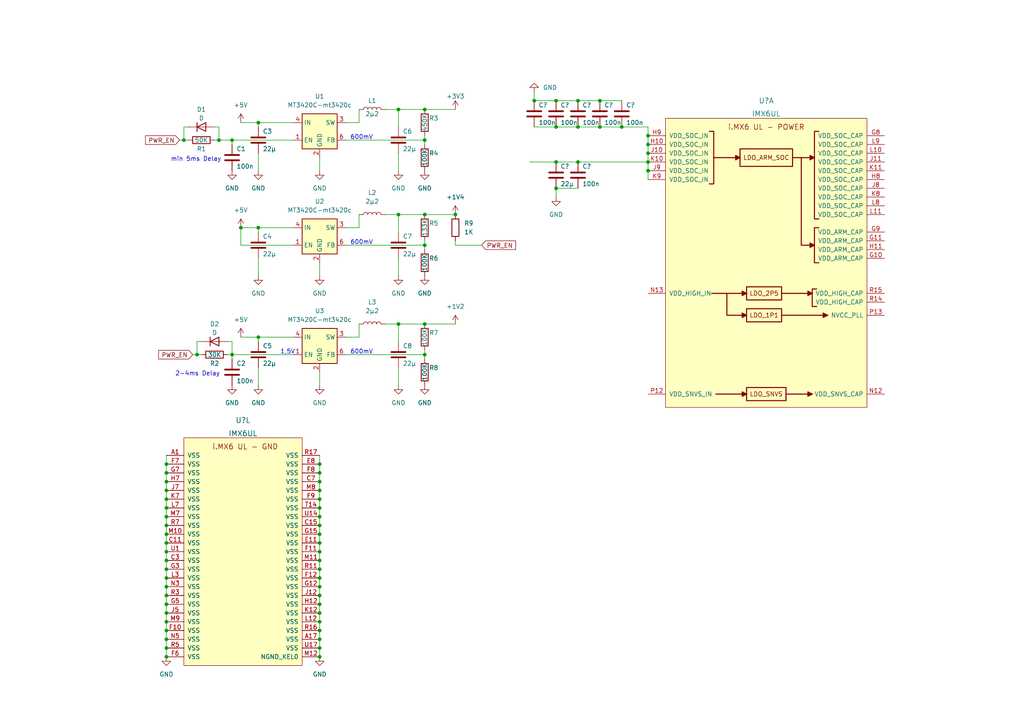
<source format=kicad_sch>
(kicad_sch (version 20211123) (generator eeschema)
  (paper "A4")
  (lib_symbols
    (symbol "Device:C" (pin_numbers hide) (pin_names (offset 0.254))
      (property "Reference" "C" (at 0.635 2.54 0))
      (property "Value" "C" (at 0.635 -2.54 0))
      (symbol "C_1_1"
        (pin passive line (at 0 3.81 270) (length 2.794) (name "~") (number "1"))
        (pin passive line (at 0 -3.81 90) (length 2.794) (name "~") (number "2"))
      )
    )
    (symbol "Device:D" (pin_numbers hide) (pin_names (offset 1.016) hide)
      (property "Reference" "D" (at 0 2.54 0))
      (property "Value" "D" (at 0 -2.54 0))
      (symbol "D_1_1"
        (pin passive line (at -3.81 0 0) (length 2.54) (name "K") (number "1"))
        (pin passive line (at 3.81 0 180) (length 2.54) (name "A") (number "2"))
      )
    )
    (symbol "Device:L" (pin_numbers hide) (pin_names (offset 1.016) hide)
      (property "Reference" "L" (at -1.27 0 90))
      (property "Value" "L" (at 1.905 0 90))
      (symbol "L_1_1"
        (pin passive line (at 0 3.81 270) (length 1.27) (name "1") (number "1"))
        (pin passive line (at 0 -3.81 90) (length 1.27) (name "2") (number "2"))
      )
    )
    (symbol "Device:R" (pin_numbers hide) (pin_names (offset 0))
      (property "Reference" "R" (at 2.032 0 90))
      (property "Value" "R" (at 0 0 90))
      (symbol "R_1_1"
        (pin passive line (at 0 3.81 270) (length 1.27) (name "~") (number "1"))
        (pin passive line (at 0 -3.81 90) (length 1.27) (name "~") (number "2"))
      )
    )
    (symbol "TheBrutzlers_Lib:+1V4" (power) (pin_names (offset 0))
      (property "Value" "+1V4" (at 0 3.81 0))
      (symbol "+1V4_1_1"
        (pin power_in line (at 0 0 90) (length 0) hide (name "+1V4") (number "1"))
      )
    )
    (symbol "TheBrutzlers_Lib:IMX6UL" (pin_names (offset 1.016))
      (property "Reference" "U1" (at 0 5.08 0))
      (property "Value" "IMX6UL" (at 0 2.54 0))
      (symbol "IMX6UL_1_0"
        (text "i.MX6 UL - POWER" (at 0 -2.54 0) (effects (font (size 1.524 1.524))))
      )
      (symbol "IMX6UL_1_1"
        (text "LDO_1P1" (at -0.635 -57.15 0) (effects (font (size 1.27 1.27))))
        (text "LDO_2P5" (at -0.635 -50.8 0) (effects (font (size 1.27 1.27))))
        (text "LDO_ARM_SOC" (at 0 -11.43 0) (effects (font (size 1.27 1.27))))
        (text "LDO_SNVS" (at 0 -80.01 0) (effects (font (size 1.27 1.27))))
        (pin power_out line (at 34.29 -40.64 180) (length 5.08) (name "VDD_ARM_CAP") (number "G10"))
        (pin power_out line (at 34.29 -35.56 180) (length 5.08) (name "VDD_ARM_CAP") (number "G11"))
        (pin power_out line (at 34.29 -5.08 180) (length 5.08) (name "VDD_SOC_CAP") (number "G8"))
        (pin power_out line (at 34.29 -33.02 180) (length 5.08) (name "VDD_ARM_CAP") (number "G9"))
        (pin power_in line (at -34.29 -7.62 0) (length 5.08) (name "VDD_SOC_IN") (number "H10"))
        (pin power_out line (at 34.29 -38.1 180) (length 5.08) (name "VDD_ARM_CAP") (number "H11"))
        (pin power_out line (at 34.29 -17.78 180) (length 5.08) (name "VDD_SOC_CAP") (number "H8"))
        (pin power_in line (at -34.29 -5.08 0) (length 5.08) (name "VDD_SOC_IN") (number "H9"))
        (pin power_in line (at -34.29 -10.16 0) (length 5.08) (name "VDD_SOC_IN") (number "J10"))
        (pin power_out line (at 34.29 -12.7 180) (length 5.08) (name "VDD_SOC_CAP") (number "J11"))
        (pin power_out line (at 34.29 -20.32 180) (length 5.08) (name "VDD_SOC_CAP") (number "J8"))
        (pin power_in line (at -34.29 -15.24 0) (length 5.08) (name "VDD_SOC_IN") (number "J9"))
        (pin power_in line (at -34.29 -12.7 0) (length 5.08) (name "VDD_SOC_IN") (number "K10"))
        (pin power_out line (at 34.29 -15.24 180) (length 5.08) (name "VDD_SOC_CAP") (number "K11"))
        (pin power_out line (at 34.29 -22.86 180) (length 5.08) (name "VDD_SOC_CAP") (number "K8"))
        (pin power_in line (at -34.29 -17.78 0) (length 5.08) (name "VDD_SOC_IN") (number "K9"))
        (pin power_out line (at 34.29 -10.16 180) (length 5.08) (name "VDD_SOC_CAP") (number "L10"))
        (pin power_out line (at 34.29 -27.94 180) (length 5.08) (name "VDD_SOC_CAP") (number "L11"))
        (pin power_out line (at 34.29 -25.4 180) (length 5.08) (name "VDD_SOC_CAP") (number "L8"))
        (pin power_out line (at 34.29 -7.62 180) (length 5.08) (name "VDD_SOC_CAP") (number "L9"))
        (pin power_out line (at 34.29 -80.01 180) (length 5.08) (name "VDD_SNVS_CAP") (number "N12"))
        (pin power_in line (at -34.29 -50.8 0) (length 5.08) (name "VDD_HIGH_IN") (number "N13"))
        (pin power_in line (at -34.29 -80.01 0) (length 5.08) (name "VDD_SNVS_IN") (number "P12"))
        (pin power_out line (at 34.29 -57.15 180) (length 5.08) (name "NVCC_PLL") (number "P13"))
        (pin power_out line (at 34.29 -53.34 180) (length 5.08) (name "VDD_HIGH_CAP") (number "R14"))
        (pin power_out line (at 34.29 -50.8 180) (length 5.08) (name "VDD_HIGH_CAP") (number "R15"))
      )
      (symbol "IMX6UL_2_0"
        (text "i.MX6 UL - DDR" (at 0 -2.54 0) (effects (font (size 1.524 1.524))))
      )
      (symbol "IMX6UL_2_1"
        (pin input line (at 22.86 -8.89 180) (length 5.08) (name "DRAM_ODT1") (number "F1"))
        (pin input line (at 22.86 -36.83 180) (length 5.08) (name "DRAM_ADDR14") (number "G1"))
        (pin input line (at 22.86 -57.15 180) (length 5.08) (name "DRAM_ADDR06") (number "G2"))
        (pin input line (at -22.86 -6.35 0) (length 5.08) (name "DRAM_RESET") (number "G4"))
        (pin power_in line (at -22.86 -92.71 0) (length 5.08) (name "NVCC_DRAM") (number "G6"))
        (pin input line (at 22.86 -16.51 180) (length 5.08) (name "DRAM_SDBA1") (number "H1"))
        (pin input line (at 22.86 -69.85 180) (length 5.08) (name "DRAM_ADDR01") (number "H2"))
        (pin input line (at 22.86 -39.37 180) (length 5.08) (name "DRAM_ADDR13") (number "H3"))
        (pin input line (at 22.86 -54.61 180) (length 5.08) (name "DRAM_ADDR07") (number "H4"))
        (pin input line (at 22.86 -29.21 180) (length 5.08) (name "DRAM_CS1_B") (number "H5"))
        (pin power_in line (at -22.86 -90.17 0) (length 5.08) (name "NVCC_DRAM") (number "H6"))
        (pin input line (at 22.86 -26.67 180) (length 5.08) (name "DRAM_SDWE_B") (number "J1"))
        (pin input line (at 22.86 -24.13 180) (length 5.08) (name "DRAM_CAS_B") (number "J2"))
        (pin input line (at -22.86 -24.13 0) (length 5.08) (name "DRAM_SDCKE1") (number "J3"))
        (pin input line (at 22.86 -52.07 180) (length 5.08) (name "DRAM_ADDR08") (number "J4"))
        (pin power_in line (at -22.86 -80.01 0) (length 5.08) (name "NVCC_DRAM") (number "J6"))
        (pin input line (at 22.86 -67.31 180) (length 5.08) (name "DRAM_ADDR02") (number "K1"))
        (pin input line (at 22.86 -13.97 180) (length 5.08) (name "DRAM_SDBA2") (number "K2"))
        (pin input line (at 22.86 -44.45 180) (length 5.08) (name "DRAM_ADDR11") (number "K3"))
        (pin input line (at 22.86 -62.23 180) (length 5.08) (name "DRAM_ADDR04") (number "K4"))
        (pin input line (at 22.86 -34.29 180) (length 5.08) (name "DRAM_ADDR15") (number "K5"))
        (pin power_in line (at -22.86 -82.55 0) (length 5.08) (name "NVCC_DRAM") (number "K6"))
        (pin input line (at 22.86 -59.69 180) (length 5.08) (name "DRAM_ADDR05") (number "L1"))
        (pin input line (at 22.86 -49.53 180) (length 5.08) (name "DRAM_ADDR09") (number "L2"))
        (pin input line (at 22.86 -41.91 180) (length 5.08) (name "DRAM_ADDR12") (number "L4"))
        (pin input line (at 22.86 -72.39 180) (length 5.08) (name "DRAM_ADDR00") (number "L5"))
        (pin power_in line (at -22.86 -85.09 0) (length 5.08) (name "NVCC_DRAM") (number "L6"))
        (pin input line (at 22.86 -19.05 180) (length 5.08) (name "DRAM_SDBA0") (number "M1"))
        (pin input line (at 22.86 -64.77 180) (length 5.08) (name "DRAM_ADDR03") (number "M2"))
        (pin input line (at -22.86 -26.67 0) (length 5.08) (name "DRAM_SDCKE0") (number "M3"))
        (pin input line (at 22.86 -46.99 180) (length 5.08) (name "DRAM_ADDR10") (number "M4"))
        (pin input line (at 22.86 -21.59 180) (length 5.08) (name "DRAM_RAS_B") (number "M5"))
        (pin power_in line (at -22.86 -87.63 0) (length 5.08) (name "NVCC_DRAM") (number "M6"))
        (pin input line (at 22.86 -11.43 180) (length 5.08) (name "DRAM_ODT0") (number "N1"))
        (pin input line (at 22.86 -31.75 180) (length 5.08) (name "DRAM_CS0_B") (number "N2"))
        (pin input line (at 22.86 -6.35 180) (length 5.08) (name "DRAM_ZQPAD") (number "N4"))
        (pin power_in line (at 22.86 -80.01 180) (length 5.08) (name "NVCC_DRAM_2P5") (number "N6"))
        (pin input line (at -22.86 -19.05 0) (length 5.08) (name "DRAM_SDCLK0_P") (number "P1"))
        (pin input line (at -22.86 -21.59 0) (length 5.08) (name "DRAM_SDCLK0_N") (number "P2"))
        (pin input line (at -22.86 -39.37 0) (length 5.08) (name "DRAM_DATA13") (number "P3"))
        (pin input line (at 22.86 -90.17 180) (length 5.08) (name "DRAM_VREF") (number "P4"))
        (pin input line (at -22.86 -41.91 0) (length 5.08) (name "DRAM_DATA12") (number "P5"))
        (pin input line (at -22.86 -13.97 0) (length 5.08) (name "DRAM_SDQS0_P") (number "P6"))
        (pin input line (at -22.86 -16.51 0) (length 5.08) (name "DRAM_SDQS0_N") (number "P7"))
        (pin input line (at -22.86 -34.29 0) (length 5.08) (name "DRAM_DATA15") (number "R1"))
        (pin input line (at -22.86 -36.83 0) (length 5.08) (name "DRAM_DATA14") (number "R2"))
        (pin input line (at -22.86 -44.45 0) (length 5.08) (name "DRAM_DATA11") (number "R4"))
        (pin input line (at -22.86 -8.89 0) (length 5.08) (name "DRAM_SDQS1_P") (number "T1"))
        (pin input line (at -22.86 -11.43 0) (length 5.08) (name "DRAM_SDQS1_N") (number "T2"))
        (pin input line (at -22.86 -29.21 0) (length 5.08) (name "DRAM_DQM1") (number "T3"))
        (pin input line (at -22.86 -72.39 0) (length 5.08) (name "DRAM_DATA00") (number "T4"))
        (pin input line (at -22.86 -57.15 0) (length 5.08) (name "DRAM_DATA06") (number "T5"))
        (pin input line (at -22.86 -67.31 0) (length 5.08) (name "DRAM_DATA02") (number "T6"))
        (pin input line (at -22.86 -31.75 0) (length 5.08) (name "DRAM_DQM0") (number "T7"))
        (pin input line (at -22.86 -59.69 0) (length 5.08) (name "DRAM_DATA05") (number "T8"))
        (pin input line (at -22.86 -52.07 0) (length 5.08) (name "DRAM_DATA08") (number "U2"))
        (pin input line (at -22.86 -49.53 0) (length 5.08) (name "DRAM_DATA09") (number "U3"))
        (pin input line (at -22.86 -54.61 0) (length 5.08) (name "DRAM_DATA07") (number "U4"))
        (pin input line (at -22.86 -46.99 0) (length 5.08) (name "DRAM_DATA10") (number "U5"))
        (pin input line (at -22.86 -69.85 0) (length 5.08) (name "DRAM_DATA01") (number "U6"))
        (pin input line (at -22.86 -64.77 0) (length 5.08) (name "DRAM_DATA03") (number "U7"))
        (pin input line (at -22.86 -62.23 0) (length 5.08) (name "DRAM_DATA04") (number "U8"))
      )
      (symbol "IMX6UL_3_0"
        (text "i.MX6 UL - NAND" (at -1.27 -2.54 0) (effects (font (size 1.524 1.524))))
      )
      (symbol "IMX6UL_3_1"
        (pin input line (at -21.59 -16.51 0) (length 5.08) (name "NAND_READY_B") (number "A3"))
        (pin input line (at -21.59 -24.13 0) (length 5.08) (name "NAND_CLE") (number "A4"))
        (pin input line (at 21.59 -11.43 180) (length 5.08) (name "NAND_DATA07") (number "A5"))
        (pin input line (at 21.59 -13.97 180) (length 5.08) (name "NAND_DATA06") (number "A6"))
        (pin input line (at 21.59 -24.13 180) (length 5.08) (name "NAND_DATA02") (number "A7"))
        (pin input line (at -21.59 -31.75 0) (length 5.08) (name "NAND_ALE") (number "B4"))
        (pin input line (at -21.59 -26.67 0) (length 5.08) (name "NAND_CE1_B") (number "B5"))
        (pin input line (at 21.59 -16.51 180) (length 5.08) (name "NAND_DATA05") (number "B6"))
        (pin input line (at 21.59 -26.67 180) (length 5.08) (name "NAND_DATA01") (number "B7"))
        (pin input line (at -21.59 -29.21 0) (length 5.08) (name "NAND_CE0_B") (number "C5"))
        (pin input line (at 21.59 -19.05 180) (length 5.08) (name "NAND_DATA04") (number "C6"))
        (pin input line (at -21.59 -13.97 0) (length 5.08) (name "NAND_WE_B") (number "C8"))
        (pin input line (at -21.59 -11.43 0) (length 5.08) (name "NAND_WP_B") (number "D5"))
        (pin input line (at 21.59 -21.59 180) (length 5.08) (name "NAND_DATA03") (number "D6"))
        (pin input line (at 21.59 -29.21 180) (length 5.08) (name "NAND_DATA00") (number "D7"))
        (pin input line (at -21.59 -19.05 0) (length 5.08) (name "NAND_RE_B") (number "D8"))
        (pin input line (at -21.59 -21.59 0) (length 5.08) (name "NAND_DQS") (number "E6"))
        (pin power_in line (at -21.59 -6.35 0) (length 5.08) (name "NVCC_NAND") (number "E7"))
      )
      (symbol "IMX6UL_4_0"
        (text "i.MX6 UL - CSI" (at 0 -2.54 0) (effects (font (size 1.524 1.524))))
      )
      (symbol "IMX6UL_4_1"
        (pin input line (at 19.05 -6.35 180) (length 5.08) (name "CSI_DATA07") (number "D1"))
        (pin input line (at 19.05 -8.89 180) (length 5.08) (name "CSI_DATA06") (number "D2"))
        (pin input line (at 19.05 -11.43 180) (length 5.08) (name "CSI_DATA05") (number "D3"))
        (pin input line (at 19.05 -13.97 180) (length 5.08) (name "CSI_DATA04") (number "D4"))
        (pin input line (at 19.05 -16.51 180) (length 5.08) (name "CSI_DATA03") (number "E1"))
        (pin input line (at 19.05 -19.05 180) (length 5.08) (name "CSI_DATA02") (number "E2"))
        (pin input line (at 19.05 -21.59 180) (length 5.08) (name "CSI_DATA01") (number "E3"))
        (pin input line (at 19.05 -24.13 180) (length 5.08) (name "CSI_DATA00") (number "E4"))
        (pin input line (at 19.05 -31.75 180) (length 5.08) (name "CSI_PIXCLK") (number "E5"))
        (pin input line (at 19.05 -29.21 180) (length 5.08) (name "CSI_VSYNC") (number "F2"))
        (pin input line (at 19.05 -36.83 180) (length 5.08) (name "CSI_HSYNC") (number "F3"))
        (pin power_in line (at -17.78 -6.35 0) (length 5.08) (name "NVCC_CSI") (number "F4"))
        (pin input line (at 19.05 -34.29 180) (length 5.08) (name "CSI_MCLK") (number "F5"))
      )
      (symbol "IMX6UL_5_0"
        (text "i.MX6 UL - GPIO" (at 0 -2.54 0) (effects (font (size 1.524 1.524))))
      )
      (symbol "IMX6UL_5_1"
        (pin power_in line (at -17.78 -6.35 0) (length 5.08) (name "NVCC_GPIO") (number "J13"))
        (pin input line (at 17.78 -29.21 180) (length 5.08) (name "GPIO1_IO00") (number "K13"))
        (pin input line (at 17.78 -13.97 180) (length 5.08) (name "GPIO1_IO06") (number "K17"))
        (pin input line (at 17.78 -24.13 180) (length 5.08) (name "GPIO1_IO02") (number "L14"))
        (pin input line (at 17.78 -26.67 180) (length 5.08) (name "GPIO1_IO01") (number "L15"))
        (pin input line (at 17.78 -11.43 180) (length 5.08) (name "GPIO1_IO07") (number "L16"))
        (pin input line (at 17.78 -21.59 180) (length 5.08) (name "GPIO1_IO03") (number "L17"))
        (pin input line (at 17.78 -6.35 180) (length 5.08) (name "GPIO1_IO09") (number "M15"))
        (pin input line (at 17.78 -19.05 180) (length 5.08) (name "GPIO1_IO04") (number "M16"))
        (pin input line (at 17.78 -16.51 180) (length 5.08) (name "GPIO1_IO05") (number "M17"))
        (pin input line (at 17.78 -8.89 180) (length 5.08) (name "GPIO1_IO08") (number "N17"))
      )
      (symbol "IMX6UL_6_0"
        (text "i.MX6 UL - LCD" (at 0 -2.54 0) (effects (font (size 1.524 1.524))))
      )
      (symbol "IMX6UL_6_1"
        (pin input line (at -21.59 -29.21 0) (length 5.08) (name "LCD_DATA06") (number "A10"))
        (pin input line (at 21.59 -41.91 180) (length 5.08) (name "LCD_DATA09") (number "A11"))
        (pin input line (at 21.59 -29.21 180) (length 5.08) (name "LCD_DATA14") (number "A12"))
        (pin input line (at 21.59 -19.05 180) (length 5.08) (name "LCD_DATA18") (number "A13"))
        (pin input line (at 21.59 -8.89 180) (length 5.08) (name "LCD_DATA22") (number "A14"))
        (pin input line (at -21.59 -11.43 0) (length 5.08) (name "LCD_CLK") (number "A8"))
        (pin input line (at -21.59 -41.91 0) (length 5.08) (name "LCD_DATA01") (number "A9"))
        (pin input line (at -21.59 -31.75 0) (length 5.08) (name "LCD_DATA05") (number "B10"))
        (pin input line (at 21.59 -44.45 180) (length 5.08) (name "LCD_DATA08") (number "B11"))
        (pin input line (at 21.59 -31.75 180) (length 5.08) (name "LCD_DATA13") (number "B12"))
        (pin input line (at 21.59 -21.59 180) (length 5.08) (name "LCD_DATA17") (number "B13"))
        (pin input line (at 21.59 -11.43 180) (length 5.08) (name "LCD_DATA21") (number "B14"))
        (pin input line (at 21.59 -6.35 180) (length 5.08) (name "LCD_DATA23") (number "B16"))
        (pin input line (at -21.59 -16.51 0) (length 5.08) (name "LCD_ENABLE") (number "B8"))
        (pin input line (at -21.59 -44.45 0) (length 5.08) (name "LCD_DATA00") (number "B9"))
        (pin input line (at -21.59 -34.29 0) (length 5.08) (name "LCD_DATA04") (number "C10"))
        (pin input line (at 21.59 -34.29 180) (length 5.08) (name "LCD_DATA12") (number "C12"))
        (pin input line (at 21.59 -24.13 180) (length 5.08) (name "LCD_DATA16") (number "C13"))
        (pin input line (at 21.59 -13.97 180) (length 5.08) (name "LCD_DATA20") (number "C14"))
        (pin input line (at -21.59 -19.05 0) (length 5.08) (name "LCD_VSYNC") (number "C9"))
        (pin input line (at -21.59 -36.83 0) (length 5.08) (name "LCD_DATA03") (number "D10"))
        (pin input line (at -21.59 -26.67 0) (length 5.08) (name "LCD_DATA07") (number "D11"))
        (pin input line (at 21.59 -36.83 180) (length 5.08) (name "LCD_DATA11") (number "D12"))
        (pin input line (at 21.59 -26.67 180) (length 5.08) (name "LCD_DATA15") (number "D13"))
        (pin input line (at 21.59 -16.51 180) (length 5.08) (name "LCD_DATA19") (number "D14"))
        (pin input line (at -21.59 -21.59 0) (length 5.08) (name "LCD_HSYNC") (number "D9"))
        (pin input line (at -21.59 -39.37 0) (length 5.08) (name "LCD_DATA02") (number "E10"))
        (pin input line (at 21.59 -39.37 180) (length 5.08) (name "LCD_DATA10") (number "E12"))
        (pin power_in line (at -21.59 -6.35 0) (length 5.08) (name "NVCC_LCD") (number "E13"))
        (pin input line (at -21.59 -13.97 0) (length 5.08) (name "LCD_RESET") (number "E9"))
      )
      (symbol "IMX6UL_7_0"
        (text "i.MX6 UL - USB" (at 0 -2.54 0) (effects (font (size 1.524 1.524))))
      )
      (symbol "IMX6UL_7_1"
        (text "LDO_USB" (at -7.62 -26.67 0) (effects (font (size 1.27 1.27))))
        (pin power_out line (at 20.32 -26.67 180) (length 5.08) (name "VDD_USB_CAP") (number "R12"))
        (pin power_in line (at -19.05 -6.35 0) (length 5.08) (name "USB_OTG1_VBUS") (number "T12"))
        (pin input line (at 20.32 -19.05 180) (length 5.08) (name "USB_OTG2_DN") (number "T13"))
        (pin input line (at 20.32 -11.43 180) (length 5.08) (name "USB_OTG1_DN") (number "T15"))
        (pin power_in line (at -19.05 -16.51 0) (length 5.08) (name "USB_OTG2_VBUS") (number "U12"))
        (pin input line (at 20.32 -21.59 180) (length 5.08) (name "USB_OTG2_DP") (number "U13"))
        (pin input line (at 20.32 -13.97 180) (length 5.08) (name "USB_OTG1_DP") (number "U15"))
        (pin input line (at 20.32 -8.89 180) (length 5.08) (name "USB_OTG1_CHD_B") (number "U16"))
      )
      (symbol "IMX6UL_8_0"
        (text "i.MX6 UL - SD" (at 0 -2.54 0) (effects (font (size 1.524 1.524))))
      )
      (symbol "IMX6UL_8_1"
        (pin input line (at 17.78 -5.08 180) (length 5.08) (name "SD1_DATA3") (number "A2"))
        (pin input line (at 17.78 -7.62 180) (length 5.08) (name "SD1_DATA2") (number "B1"))
        (pin input line (at 17.78 -10.16 180) (length 5.08) (name "SD1_DATA1") (number "B2"))
        (pin input line (at 17.78 -12.7 180) (length 5.08) (name "SD1_DATA0") (number "B3"))
        (pin input line (at 17.78 -17.78 180) (length 5.08) (name "SD1_CLK") (number "C1"))
        (pin input line (at 17.78 -15.24 180) (length 5.08) (name "SD1_CMD") (number "C2"))
        (pin power_in line (at -17.78 -5.08 0) (length 5.08) (name "NVCC_SD1") (number "C4"))
      )
      (symbol "IMX6UL_9_0"
        (text "i.MX6 UL - ETHERNET" (at 0 -2.54 0) (effects (font (size 1.524 1.524))))
      )
      (symbol "IMX6UL_9_1"
        (pin input line (at 22.86 -16.51 180) (length 5.08) (name "ENET2_TX_DATA0") (number "A15"))
        (pin input line (at 22.86 -13.97 180) (length 5.08) (name "ENET2_TX_DATA1") (number "A16"))
        (pin input line (at 22.86 -11.43 180) (length 5.08) (name "ENET2_TX_EN") (number "B15"))
        (pin input line (at 22.86 -24.13 180) (length 5.08) (name "ENET2_RX_EN") (number "B17"))
        (pin input line (at 22.86 -26.67 180) (length 5.08) (name "ENET2_RX_DATA1") (number "C16"))
        (pin input line (at 22.86 -29.21 180) (length 5.08) (name "ENET2_RX_DATA0") (number "C17"))
        (pin input line (at -22.86 -21.59 0) (length 5.08) (name "ENET1_RX_ER") (number "D15"))
        (pin input line (at 22.86 -21.59 180) (length 5.08) (name "ENET2_RX_ER") (number "D16"))
        (pin input line (at 22.86 -19.05 180) (length 5.08) (name "ENET2_TX_CLK") (number "D17"))
        (pin input line (at -22.86 -13.97 0) (length 5.08) (name "ENET1_TX_DATA1") (number "E14"))
        (pin input line (at -22.86 -16.51 0) (length 5.08) (name "ENET1_TX_DATA0") (number "E15"))
        (pin input line (at -22.86 -24.13 0) (length 5.08) (name "ENET1_RX_EN") (number "E16"))
        (pin input line (at -22.86 -26.67 0) (length 5.08) (name "ENET1_RX_DATA1") (number "E17"))
        (pin power_in line (at -22.86 -6.35 0) (length 5.08) (name "NVCC_ENET") (number "F13"))
        (pin input line (at -22.86 -19.05 0) (length 5.08) (name "ENET1_TX_CLK") (number "F14"))
        (pin input line (at -22.86 -11.43 0) (length 5.08) (name "ENET1_TX_EN") (number "F15"))
        (pin input line (at -22.86 -29.21 0) (length 5.08) (name "ENET1_RX_DATA0") (number "F16"))
      )
      (symbol "IMX6UL_10_0"
        (text "i.MX6 UL - CONTROL" (at 0 -2.54 0) (effects (font (size 1.524 1.524))))
      )
      (symbol "IMX6UL_10_1"
        (pin power_in line (at -25.4 -63.5 0) (length 5.08) (name "VDDA_ADC_3P3") (number "L13"))
        (pin power_in line (at -25.4 -66.04 0) (length 5.08) (name "ADC_VREFH") (number "M13"))
        (pin input line (at 25.4 -16.51 180) (length 5.08) (name "JTAG_TCK") (number "M14"))
        (pin input line (at 25.4 -29.21 180) (length 5.08) (name "SNVS_TAMPER7") (number "N10"))
        (pin input line (at 25.4 -31.75 180) (length 5.08) (name "SNVS_TAMPER6") (number "N11"))
        (pin input line (at 25.4 -6.35 180) (length 5.08) (name "JTAG_TRST_B") (number "N14"))
        (pin input line (at 25.4 -11.43 180) (length 5.08) (name "JTAG_TDO") (number "N15"))
        (pin input line (at 25.4 -13.97 180) (length 5.08) (name "JTAG_TDI") (number "N16"))
        (pin input line (at -25.4 -35.56 0) (length 5.08) (name "TEST_MODE") (number "N7"))
        (pin input line (at 25.4 -34.29 180) (length 5.08) (name "SNVS_TAMPER5") (number "N8"))
        (pin input line (at 25.4 -26.67 180) (length 5.08) (name "SNVS_TAMPER8") (number "N9"))
        (pin input line (at 25.4 -39.37 180) (length 5.08) (name "SNVS_TAMPER3") (number "P10"))
        (pin input line (at 25.4 -41.91 180) (length 5.08) (name "SNVS_TAMPER2") (number "P11"))
        (pin input line (at 25.4 -8.89 180) (length 5.08) (name "JTAG_TMS") (number "P14"))
        (pin input line (at 25.4 -19.05 180) (length 5.08) (name "JTAG_MOD") (number "P15"))
        (pin bidirectional line (at 25.4 -57.15 180) (length 5.08) (name "CCM_CLK1_N") (number "P16"))
        (pin bidirectional line (at 25.4 -54.61 180) (length 5.08) (name "CCM_CLK1_P") (number "P17"))
        (pin input line (at -25.4 -20.32 0) (length 5.08) (name "POR_B") (number "P8"))
        (pin input line (at 25.4 -36.83 180) (length 5.08) (name "SNVS_TAMPER4") (number "P9"))
        (pin input line (at 25.4 -46.99 180) (length 5.08) (name "SNVS_TAMPER0") (number "R10"))
        (pin input line (at -25.4 -30.48 0) (length 5.08) (name "GPANIO") (number "R13"))
        (pin input line (at 25.4 -24.13 180) (length 5.08) (name "SNVS_TAMPER9") (number "R6"))
        (pin input line (at -25.4 -22.86 0) (length 5.08) (name "ONOFF") (number "R8"))
        (pin input line (at 25.4 -44.45 180) (length 5.08) (name "SNVS_TAMPER1") (number "R9"))
        (pin input line (at -25.4 -8.89 0) (length 5.08) (name "BOOT_MODE0") (number "T10"))
        (pin input line (at -25.4 -45.72 0) (length 5.08) (name "RTC_XTALI") (number "T11"))
        (pin input line (at -25.4 -57.15 0) (length 5.08) (name "XTALI") (number "T16"))
        (pin input line (at -25.4 -54.61 0) (length 5.08) (name "XTALO") (number "T17"))
        (pin input line (at -25.4 -17.78 0) (length 5.08) (name "SNVS_PMIC_ON_REQ") (number "T9"))
        (pin input line (at -25.4 -6.35 0) (length 5.08) (name "BOOT_MODE1") (number "U10"))
        (pin input line (at -25.4 -43.18 0) (length 5.08) (name "RTC_XTALO") (number "U11"))
        (pin input line (at -25.4 -15.24 0) (length 5.08) (name "CCM_PMIC_STBY_REQ") (number "U9"))
      )
      (symbol "IMX6UL_11_0"
        (text "i.MX6 UL - UART" (at 0 -2.54 0) (effects (font (size 1.524 1.524))))
      )
      (symbol "IMX6UL_11_1"
        (pin input line (at 21.59 -54.61 180) (length 5.08) (name "UART5_TX_DATA") (number "F17"))
        (pin input line (at 21.59 -52.07 180) (length 5.08) (name "UART5_RX_DATA") (number "G13"))
        (pin input line (at 21.59 -34.29 180) (length 5.08) (name "UART3_RTS_B") (number "G14"))
        (pin input line (at 21.59 -44.45 180) (length 5.08) (name "UART4_RX_DATA") (number "G16"))
        (pin input line (at 21.59 -46.99 180) (length 5.08) (name "UART4_TX_DATA") (number "G17"))
        (pin power_in line (at -22.86 -6.35 0) (length 5.08) (name "NVCC_UART") (number "H13"))
        (pin input line (at 21.59 -21.59 180) (length 5.08) (name "UART2_RTS_B") (number "H14"))
        (pin input line (at 21.59 -31.75 180) (length 5.08) (name "UART3_CTS_B") (number "H15"))
        (pin input line (at 21.59 -36.83 180) (length 5.08) (name "UART3_RX_DATA") (number "H16"))
        (pin input line (at 21.59 -39.37 180) (length 5.08) (name "UART3_TX_DATA") (number "H17"))
        (pin input line (at 21.59 -8.89 180) (length 5.08) (name "UART1_RTS_B") (number "J14"))
        (pin input line (at 21.59 -19.05 180) (length 5.08) (name "UART2_CTS_B") (number "J15"))
        (pin input line (at 21.59 -24.13 180) (length 5.08) (name "UART2_RX_DATA") (number "J16"))
        (pin input line (at 21.59 -26.67 180) (length 5.08) (name "UART2_TX_DATA") (number "J17"))
        (pin input line (at 21.59 -13.97 180) (length 5.08) (name "UART1_TX_DATA") (number "K14"))
        (pin input line (at 21.59 -6.35 180) (length 5.08) (name "UART1_CTS_B") (number "K15"))
        (pin input line (at 21.59 -11.43 180) (length 5.08) (name "UART1_RX_DATA") (number "K16"))
      )
      (symbol "IMX6UL_12_0"
        (text "i.MX6 UL - GND" (at 0 -2.54 0) (effects (font (size 1.524 1.524))))
      )
      (symbol "IMX6UL_12_1"
        (pin power_in line (at -22.86 -5.08 0) (length 5.08) (name "VSS") (number "A1"))
        (pin power_in line (at 21.59 -58.42 180) (length 5.08) (name "VSS") (number "A17"))
        (pin power_in line (at -22.86 -30.48 0) (length 5.08) (name "VSS") (number "C11"))
        (pin power_in line (at 21.59 -25.4 180) (length 5.08) (name "VSS") (number "C15"))
        (pin power_in line (at -22.86 -35.56 0) (length 5.08) (name "VSS") (number "C3"))
        (pin power_in line (at 21.59 -12.7 180) (length 5.08) (name "VSS") (number "C7"))
        (pin power_in line (at 21.59 -30.48 180) (length 5.08) (name "VSS") (number "E11"))
        (pin power_in line (at 21.59 -7.62 180) (length 5.08) (name "VSS") (number "E8"))
        (pin power_in line (at -22.86 -55.88 0) (length 5.08) (name "VSS") (number "F10"))
        (pin power_in line (at 21.59 -33.02 180) (length 5.08) (name "VSS") (number "F11"))
        (pin power_in line (at 21.59 -40.64 180) (length 5.08) (name "VSS") (number "F12"))
        (pin power_in line (at -22.86 -63.5 0) (length 5.08) (name "VSS") (number "F6"))
        (pin power_in line (at -22.86 -7.62 0) (length 5.08) (name "VSS") (number "F7"))
        (pin power_in line (at 21.59 -10.16 180) (length 5.08) (name "VSS") (number "F8"))
        (pin power_in line (at 21.59 -17.78 180) (length 5.08) (name "VSS") (number "F9"))
        (pin power_in line (at 21.59 -43.18 180) (length 5.08) (name "VSS") (number "G12"))
        (pin power_in line (at 21.59 -27.94 180) (length 5.08) (name "VSS") (number "G15"))
        (pin power_in line (at -22.86 -38.1 0) (length 5.08) (name "VSS") (number "G3"))
        (pin power_in line (at -22.86 -48.26 0) (length 5.08) (name "VSS") (number "G5"))
        (pin power_in line (at -22.86 -10.16 0) (length 5.08) (name "VSS") (number "G7"))
        (pin power_in line (at 21.59 -48.26 180) (length 5.08) (name "VSS") (number "H12"))
        (pin power_in line (at -22.86 -12.7 0) (length 5.08) (name "VSS") (number "H7"))
        (pin power_in line (at 21.59 -45.72 180) (length 5.08) (name "VSS") (number "J12"))
        (pin power_in line (at -22.86 -50.8 0) (length 5.08) (name "VSS") (number "J5"))
        (pin power_in line (at -22.86 -15.24 0) (length 5.08) (name "VSS") (number "J7"))
        (pin power_in line (at 21.59 -50.8 180) (length 5.08) (name "VSS") (number "K12"))
        (pin power_in line (at -22.86 -17.78 0) (length 5.08) (name "VSS") (number "K7"))
        (pin power_in line (at 21.59 -53.34 180) (length 5.08) (name "VSS") (number "L12"))
        (pin power_in line (at -22.86 -40.64 0) (length 5.08) (name "VSS") (number "L3"))
        (pin power_in line (at -22.86 -20.32 0) (length 5.08) (name "VSS") (number "L7"))
        (pin power_in line (at -22.86 -27.94 0) (length 5.08) (name "VSS") (number "M10"))
        (pin power_in line (at 21.59 -35.56 180) (length 5.08) (name "VSS") (number "M11"))
        (pin power_in line (at 21.59 -63.5 180) (length 5.08) (name "NGND_KEL0") (number "M12"))
        (pin power_in line (at -22.86 -22.86 0) (length 5.08) (name "VSS") (number "M7"))
        (pin power_in line (at 21.59 -15.24 180) (length 5.08) (name "VSS") (number "M8"))
        (pin power_in line (at -22.86 -53.34 0) (length 5.08) (name "VSS") (number "M9"))
        (pin power_in line (at -22.86 -43.18 0) (length 5.08) (name "VSS") (number "N3"))
        (pin power_in line (at -22.86 -58.42 0) (length 5.08) (name "VSS") (number "N5"))
        (pin power_in line (at 21.59 -38.1 180) (length 5.08) (name "VSS") (number "R11"))
        (pin power_in line (at 21.59 -55.88 180) (length 5.08) (name "VSS") (number "R16"))
        (pin power_in line (at 21.59 -5.08 180) (length 5.08) (name "VSS") (number "R17"))
        (pin power_in line (at -22.86 -45.72 0) (length 5.08) (name "VSS") (number "R3"))
        (pin power_in line (at -22.86 -60.96 0) (length 5.08) (name "VSS") (number "R5"))
        (pin power_in line (at -22.86 -25.4 0) (length 5.08) (name "VSS") (number "R7"))
        (pin power_in line (at 21.59 -20.32 180) (length 5.08) (name "VSS") (number "T14"))
        (pin power_in line (at -22.86 -33.02 0) (length 5.08) (name "VSS") (number "U1"))
        (pin power_in line (at 21.59 -22.86 180) (length 5.08) (name "VSS") (number "U14"))
        (pin power_in line (at 21.59 -60.96 180) (length 5.08) (name "VSS") (number "U17"))
      )
    )
    (symbol "TheBrutzlers_Lib:MT3420C-mt3420c"
      (property "Reference" "U1" (at 0 9.3218 0))
      (property "Value" "MT3420C-mt3420c" (at 0 7.0104 0))
      (symbol "MT3420C-mt3420c_1_1"
        (pin input line (at -7.62 -2.54 0) (length 2.54) (name "EN") (number "1"))
        (pin power_in line (at 0 -7.62 90) (length 2.54) (name "GND") (number "2"))
        (pin passive line (at 7.62 2.54 180) (length 2.54) (name "SW") (number "3"))
        (pin power_in line (at -7.62 2.54 0) (length 2.54) (name "IN") (number "4"))
        (pin no_connect line (at 5.08 0 180) (length 2.54) hide (name "NC") (number "5"))
        (pin input line (at 7.62 -2.54 180) (length 2.54) (name "FB") (number "6"))
      )
    )
    (symbol "power:+1V2" (power) (pin_names (offset 0))
      (property "Value" "+1V2" (at 0 3.556 0))
      (symbol "+1V2_1_1"
        (pin power_in line (at 0 0 90) (length 0) hide (name "+1V2") (number "1"))
      )
    )
    (symbol "power:+3V3" (power) (pin_names (offset 0))
      (property "Value" "+3V3" (at 0 3.556 0))
      (symbol "+3V3_1_1"
        (pin power_in line (at 0 0 90) (length 0) hide (name "+3V3") (number "1"))
      )
    )
    (symbol "power:+5V" (power) (pin_names (offset 0))
      (property "Value" "+5V" (at 0 3.556 0))
      (symbol "+5V_1_1"
        (pin power_in line (at 0 0 90) (length 0) hide (name "+5V") (number "1"))
      )
    )
    (symbol "power:GND" (power) (pin_names (offset 0))
      (property "Value" "GND" (at 0 -3.81 0))
      (symbol "GND_1_1"
        (pin power_in line (at 0 0 270) (length 0) hide (name "GND") (number "1"))
      )
    )
  )
  (junction (at 167.64 46.99))
  (junction (at 48.26 187.96))
  (junction (at 92.71 180.34))
  (junction (at 74.93 66.04))
  (junction (at 123.19 62.23))
  (junction (at 180.34 36.83))
  (junction (at 92.71 154.94))
  (junction (at 48.26 175.26))
  (junction (at 74.93 97.79))
  (junction (at 48.26 154.94))
  (junction (at 173.99 29.21))
  (junction (at 74.93 35.56))
  (junction (at 53.34 40.64))
  (junction (at 92.71 167.64))
  (junction (at 123.19 31.75))
  (junction (at 92.71 175.26))
  (junction (at 92.71 137.16))
  (junction (at 115.57 93.98))
  (junction (at 92.71 162.56))
  (junction (at 123.19 71.12))
  (junction (at 92.71 147.32))
  (junction (at 48.26 177.8))
  (junction (at 48.26 185.42))
  (junction (at 123.19 93.98))
  (junction (at 48.26 167.64))
  (junction (at 187.96 41.91))
  (junction (at 63.5 40.64))
  (junction (at 48.26 172.72))
  (junction (at 92.71 185.42))
  (junction (at 48.26 137.16))
  (junction (at 173.99 36.83))
  (junction (at 92.71 165.1))
  (junction (at 92.71 177.8))
  (junction (at 92.71 157.48))
  (junction (at 92.71 144.78))
  (junction (at 167.64 29.21))
  (junction (at 115.57 31.75))
  (junction (at 48.26 157.48))
  (junction (at 57.15 102.87))
  (junction (at 92.71 182.88))
  (junction (at 48.26 180.34))
  (junction (at 132.08 62.23))
  (junction (at 48.26 142.24))
  (junction (at 161.29 36.83))
  (junction (at 48.26 182.88))
  (junction (at 161.29 54.61))
  (junction (at 92.71 160.02))
  (junction (at 92.71 142.24))
  (junction (at 115.57 62.23))
  (junction (at 187.96 44.45))
  (junction (at 123.19 102.87))
  (junction (at 67.31 102.87))
  (junction (at 187.96 46.99))
  (junction (at 92.71 139.7))
  (junction (at 92.71 172.72))
  (junction (at 48.26 160.02))
  (junction (at 48.26 162.56))
  (junction (at 123.19 40.64))
  (junction (at 48.26 190.5))
  (junction (at 48.26 165.1))
  (junction (at 161.29 46.99))
  (junction (at 92.71 170.18))
  (junction (at 48.26 170.18))
  (junction (at 48.26 147.32))
  (junction (at 187.96 49.53))
  (junction (at 48.26 149.86))
  (junction (at 67.31 40.64))
  (junction (at 48.26 139.7))
  (junction (at 167.64 36.83))
  (junction (at 154.94 29.21))
  (junction (at 92.71 190.5))
  (junction (at 92.71 134.62))
  (junction (at 48.26 152.4))
  (junction (at 92.71 152.4))
  (junction (at 48.26 134.62))
  (junction (at 92.71 149.86))
  (junction (at 92.71 187.96))
  (junction (at 48.26 144.78))
  (junction (at 69.85 66.04))
  (junction (at 161.29 29.21))
  (junction (at 187.96 39.37))
  (wire (pts (xy 187.96 39.37) (xy 187.96 41.91)))
  (wire (pts (xy 92.71 132.08) (xy 92.71 134.62)))
  (wire (pts (xy 104.14 31.75) (xy 104.14 35.56)))
  (wire (pts (xy 52.07 40.64) (xy 53.34 40.64)))
  (wire (pts (xy 62.23 40.64) (xy 63.5 40.64)))
  (wire (pts (xy 100.33 71.12) (xy 123.19 71.12)))
  (wire (pts (xy 92.71 157.48) (xy 92.71 160.02)))
  (wire (pts (xy 92.71 154.94) (xy 92.71 157.48)))
  (wire (pts (xy 48.26 147.32) (xy 48.26 149.86)))
  (wire (pts (xy 92.71 107.95) (xy 92.71 111.76)))
  (wire (pts (xy 167.64 29.21) (xy 173.99 29.21)))
  (wire (pts (xy 92.71 185.42) (xy 92.71 187.96)))
  (wire (pts (xy 187.96 41.91) (xy 187.96 44.45)))
  (wire (pts (xy 132.08 69.85) (xy 132.08 71.12)))
  (wire (pts (xy 74.93 106.68) (xy 74.93 111.76)))
  (wire (pts (xy 55.88 102.87) (xy 57.15 102.87)))
  (wire (pts (xy 154.94 26.67) (xy 154.94 29.21)))
  (wire (pts (xy 115.57 62.23) (xy 123.19 62.23)))
  (wire (pts (xy 63.5 40.64) (xy 67.31 40.64)))
  (wire (pts (xy 48.26 132.08) (xy 48.26 134.62)))
  (wire (pts (xy 66.04 99.06) (xy 67.31 99.06)))
  (wire (pts (xy 187.96 46.99) (xy 187.96 49.53)))
  (wire (pts (xy 48.26 154.94) (xy 48.26 157.48)))
  (wire (pts (xy 123.19 69.85) (xy 123.19 71.12)))
  (wire (pts (xy 57.15 99.06) (xy 57.15 102.87)))
  (wire (pts (xy 167.64 54.61) (xy 161.29 54.61)))
  (wire (pts (xy 48.26 172.72) (xy 48.26 175.26)))
  (wire (pts (xy 115.57 31.75) (xy 123.19 31.75)))
  (wire (pts (xy 161.29 29.21) (xy 167.64 29.21)))
  (wire (pts (xy 161.29 36.83) (xy 167.64 36.83)))
  (wire (pts (xy 92.71 147.32) (xy 92.71 149.86)))
  (wire (pts (xy 92.71 134.62) (xy 92.71 137.16)))
  (wire (pts (xy 153.67 46.99) (xy 161.29 46.99)))
  (wire (pts (xy 53.34 40.64) (xy 54.61 40.64)))
  (wire (pts (xy 57.15 102.87) (xy 58.42 102.87)))
  (wire (pts (xy 67.31 99.06) (xy 67.31 102.87)))
  (wire (pts (xy 48.26 142.24) (xy 48.26 144.78)))
  (wire (pts (xy 69.85 71.12) (xy 69.85 66.04)))
  (wire (pts (xy 104.14 97.79) (xy 100.33 97.79)))
  (wire (pts (xy 187.96 44.45) (xy 187.96 46.99)))
  (wire (pts (xy 66.04 102.87) (xy 67.31 102.87)))
  (wire (pts (xy 92.71 162.56) (xy 92.71 165.1)))
  (wire (pts (xy 111.76 31.75) (xy 115.57 31.75)))
  (wire (pts (xy 92.71 172.72) (xy 92.71 175.26)))
  (wire (pts (xy 123.19 31.75) (xy 132.08 31.75)))
  (wire (pts (xy 58.42 99.06) (xy 57.15 99.06)))
  (wire (pts (xy 115.57 106.68) (xy 115.57 111.76)))
  (wire (pts (xy 111.76 62.23) (xy 115.57 62.23)))
  (wire (pts (xy 48.26 139.7) (xy 48.26 142.24)))
  (wire (pts (xy 85.09 35.56) (xy 74.93 35.56)))
  (wire (pts (xy 48.26 175.26) (xy 48.26 177.8)))
  (wire (pts (xy 161.29 46.99) (xy 167.64 46.99)))
  (wire (pts (xy 63.5 36.83) (xy 63.5 40.64)))
  (wire (pts (xy 48.26 182.88) (xy 48.26 185.42)))
  (wire (pts (xy 53.34 36.83) (xy 53.34 40.64)))
  (wire (pts (xy 180.34 36.83) (xy 187.96 36.83)))
  (wire (pts (xy 74.93 44.45) (xy 74.93 49.53)))
  (wire (pts (xy 85.09 66.04) (xy 74.93 66.04)))
  (wire (pts (xy 154.94 36.83) (xy 161.29 36.83)))
  (wire (pts (xy 74.93 66.04) (xy 74.93 67.31)))
  (wire (pts (xy 92.71 137.16) (xy 92.71 139.7)))
  (wire (pts (xy 92.71 139.7) (xy 92.71 142.24)))
  (wire (pts (xy 132.08 71.12) (xy 139.7 71.12)))
  (wire (pts (xy 92.71 142.24) (xy 92.71 144.78)))
  (wire (pts (xy 123.19 40.64) (xy 123.19 41.91)))
  (wire (pts (xy 104.14 66.04) (xy 100.33 66.04)))
  (wire (pts (xy 104.14 35.56) (xy 100.33 35.56)))
  (wire (pts (xy 167.64 36.83) (xy 173.99 36.83)))
  (wire (pts (xy 67.31 102.87) (xy 67.31 104.14)))
  (wire (pts (xy 48.26 167.64) (xy 48.26 170.18)))
  (wire (pts (xy 123.19 39.37) (xy 123.19 40.64)))
  (wire (pts (xy 48.26 185.42) (xy 48.26 187.96)))
  (wire (pts (xy 48.26 165.1) (xy 48.26 167.64)))
  (wire (pts (xy 92.71 175.26) (xy 92.71 177.8)))
  (wire (pts (xy 92.71 160.02) (xy 92.71 162.56)))
  (wire (pts (xy 187.96 36.83) (xy 187.96 39.37)))
  (wire (pts (xy 92.71 187.96) (xy 92.71 190.5)))
  (wire (pts (xy 48.26 149.86) (xy 48.26 152.4)))
  (wire (pts (xy 104.14 62.23) (xy 104.14 66.04)))
  (wire (pts (xy 92.71 170.18) (xy 92.71 172.72)))
  (wire (pts (xy 92.71 180.34) (xy 92.71 182.88)))
  (wire (pts (xy 92.71 76.2) (xy 92.71 80.01)))
  (wire (pts (xy 92.71 182.88) (xy 92.71 185.42)))
  (wire (pts (xy 48.26 160.02) (xy 48.26 162.56)))
  (wire (pts (xy 115.57 74.93) (xy 115.57 80.01)))
  (wire (pts (xy 173.99 29.21) (xy 180.34 29.21)))
  (wire (pts (xy 48.26 170.18) (xy 48.26 172.72)))
  (wire (pts (xy 85.09 71.12) (xy 69.85 71.12)))
  (wire (pts (xy 115.57 93.98) (xy 123.19 93.98)))
  (wire (pts (xy 62.23 36.83) (xy 63.5 36.83)))
  (wire (pts (xy 92.71 144.78) (xy 92.71 147.32)))
  (wire (pts (xy 115.57 31.75) (xy 115.57 36.83)))
  (wire (pts (xy 154.94 29.21) (xy 161.29 29.21)))
  (wire (pts (xy 161.29 54.61) (xy 161.29 57.15)))
  (wire (pts (xy 74.93 35.56) (xy 74.93 36.83)))
  (wire (pts (xy 92.71 177.8) (xy 92.71 180.34)))
  (wire (pts (xy 48.26 144.78) (xy 48.26 147.32)))
  (wire (pts (xy 67.31 40.64) (xy 67.31 41.91)))
  (wire (pts (xy 123.19 62.23) (xy 132.08 62.23)))
  (wire (pts (xy 54.61 36.83) (xy 53.34 36.83)))
  (wire (pts (xy 85.09 97.79) (xy 74.93 97.79)))
  (wire (pts (xy 100.33 102.87) (xy 123.19 102.87)))
  (wire (pts (xy 115.57 62.23) (xy 115.57 67.31)))
  (wire (pts (xy 74.93 74.93) (xy 74.93 80.01)))
  (wire (pts (xy 115.57 93.98) (xy 115.57 99.06)))
  (wire (pts (xy 48.26 177.8) (xy 48.26 180.34)))
  (wire (pts (xy 69.85 66.04) (xy 74.93 66.04)))
  (wire (pts (xy 48.26 134.62) (xy 48.26 137.16)))
  (wire (pts (xy 67.31 40.64) (xy 85.09 40.64)))
  (wire (pts (xy 92.71 45.72) (xy 92.71 49.53)))
  (wire (pts (xy 104.14 93.98) (xy 104.14 97.79)))
  (wire (pts (xy 69.85 35.56) (xy 74.93 35.56)))
  (wire (pts (xy 69.85 97.79) (xy 74.93 97.79)))
  (wire (pts (xy 48.26 152.4) (xy 48.26 154.94)))
  (wire (pts (xy 123.19 71.12) (xy 123.19 72.39)))
  (wire (pts (xy 92.71 149.86) (xy 92.71 152.4)))
  (wire (pts (xy 187.96 49.53) (xy 187.96 52.07)))
  (wire (pts (xy 92.71 152.4) (xy 92.71 154.94)))
  (wire (pts (xy 48.26 187.96) (xy 48.26 190.5)))
  (wire (pts (xy 123.19 101.6) (xy 123.19 102.87)))
  (wire (pts (xy 100.33 40.64) (xy 123.19 40.64)))
  (wire (pts (xy 48.26 157.48) (xy 48.26 160.02)))
  (wire (pts (xy 123.19 93.98) (xy 132.08 93.98)))
  (wire (pts (xy 123.19 102.87) (xy 123.19 104.14)))
  (wire (pts (xy 48.26 180.34) (xy 48.26 182.88)))
  (wire (pts (xy 48.26 137.16) (xy 48.26 139.7)))
  (wire (pts (xy 92.71 167.64) (xy 92.71 170.18)))
  (wire (pts (xy 115.57 44.45) (xy 115.57 49.53)))
  (wire (pts (xy 111.76 93.98) (xy 115.57 93.98)))
  (wire (pts (xy 67.31 102.87) (xy 85.09 102.87)))
  (wire (pts (xy 167.64 46.99) (xy 187.96 46.99)))
  (wire (pts (xy 173.99 36.83) (xy 180.34 36.83)))
  (wire (pts (xy 74.93 97.79) (xy 74.93 99.06)))
  (wire (pts (xy 48.26 162.56) (xy 48.26 165.1)))
  (wire (pts (xy 92.71 165.1) (xy 92.71 167.64)))
  (text "600mV" (at 101.6 40.64 0) (effects (font (size 1.27 1.27)) (justify left bottom)))
  (text "2-4ms Delay" (at 50.8 109.22 0) (effects (font (size 1.27 1.27)) (justify left bottom)))
  (text "min 5ms Delay" (at 49.53 46.99 0) (effects (font (size 1.27 1.27)) (justify left bottom)))
  (text "600mV" (at 101.6 102.87 0) (effects (font (size 1.27 1.27)) (justify left bottom)))
  (text "1,5V" (at 81.28 102.87 0) (effects (font (size 1.27 1.27)) (justify left bottom)))
  (text "600mV" (at 101.6 71.12 0) (effects (font (size 1.27 1.27)) (justify left bottom)))
  (global_label "PWR_EN" (shape input) (at 139.7 71.12 0) (property "Intersheet References" "${INTERSHEET_REFS}" (effects hide)))
  (global_label "PWR_EN" (shape input) (at 55.88 102.87 180) (property "Intersheet References" "${INTERSHEET_REFS}" (effects hide)))
  (global_label "PWR_EN" (shape input) (at 52.07 40.64 180) (property "Intersheet References" "${INTERSHEET_REFS}" (effects hide)))
  (symbol (lib_id "power:GND") (at 115.57 49.53 0) (unit 1)
    (property "Reference" "#PWR012" (effects hide))
    (property "Value" "GND" (at 115.57 54.61 0))
  )
  (symbol (lib_id "Device:C") (at 115.57 40.64 0) (unit 1)
    (property "Reference" "C6" (at 116.84 38.1 0) (effects (justify left)))
    (property "Value" "22µ" (at 116.84 43.18 0) (effects (justify left)))
    (property "Footprint" "Capacitor_SMD:C_0603_1608Metric" (effects hide))
    (property "LCSC" "C2762594" (effects hide))
  )
  (symbol (lib_id "power:GND") (at 115.57 111.76 0) (unit 1)
    (property "Reference" "#PWR014" (effects hide))
    (property "Value" "GND" (at 115.57 116.84 0))
  )
  (symbol (lib_id "Device:C") (at 173.99 33.02 0) (unit 1)
    (property "Reference" "C?" (at 175.26 30.48 0) (effects (justify left)))
    (property "Value" "100n" (at 175.26 35.56 0) (effects (justify left)))
    (property "Footprint" "Capacitor_SMD:C_0402_1005Metric" (effects hide))
    (property "LCSC" "C83056" (effects hide))
  )
  (symbol (lib_id "Device:C") (at 74.93 40.64 0) (unit 1)
    (property "Reference" "C3" (at 76.2 38.1 0) (effects (justify left)))
    (property "Value" "22µ" (at 76.2 43.18 0) (effects (justify left)))
    (property "Footprint" "Capacitor_SMD:C_0603_1608Metric" (effects hide))
    (property "LCSC" "C2762594" (effects hide))
  )
  (symbol (lib_id "Device:R") (at 123.19 107.95 0) (unit 1)
    (property "Reference" "R8" (at 124.46 106.68 0) (effects (justify left)))
    (property "Value" "100K" (at 123.19 110.49 90) (effects (justify left)))
    (property "Footprint" "Resistor_SMD:R_0402_1005Metric" (effects hide))
  )
  (symbol (lib_id "Device:D") (at 58.42 36.83 0) (unit 1)
    (property "Reference" "D1" (at 58.42 31.75 0))
    (property "Value" "D" (at 58.42 34.29 0))
    (property "Footprint" "Diode_SMD:D_0603_1608Metric" (effects hide))
    (property "LCSC" "C143772" (effects hide))
  )
  (symbol (lib_id "power:GND") (at 123.19 49.53 0) (unit 1)
    (property "Reference" "#PWR015" (effects hide))
    (property "Value" "GND" (at 123.19 54.61 0))
  )
  (symbol (lib_id "Device:C") (at 154.94 33.02 0) (unit 1)
    (property "Reference" "C?" (at 156.21 30.48 0) (effects (justify left)))
    (property "Value" "100n" (at 156.21 35.56 0) (effects (justify left)))
    (property "Footprint" "Capacitor_SMD:C_0402_1005Metric" (effects hide))
    (property "LCSC" "C83056" (effects hide))
  )
  (symbol (lib_id "power:GND") (at 123.19 80.01 0) (unit 1)
    (property "Reference" "#PWR016" (effects hide))
    (property "Value" "GND" (at 123.19 85.09 0))
  )
  (symbol (lib_id "Device:R") (at 58.42 40.64 90) (unit 1)
    (property "Reference" "R1" (at 58.42 43.18 90))
    (property "Value" "50K" (at 58.42 40.64 90))
    (property "Footprint" "Resistor_SMD:R_0402_1005Metric" (effects hide))
  )
  (symbol (lib_id "Device:C") (at 74.93 71.12 0) (unit 1)
    (property "Reference" "C4" (at 76.2 68.58 0) (effects (justify left)))
    (property "Value" "22µ" (at 76.2 73.66 0) (effects (justify left)))
    (property "Footprint" "Capacitor_SMD:C_0603_1608Metric" (effects hide))
    (property "LCSC" "C2762594" (effects hide))
  )
  (symbol (lib_id "power:GND") (at 92.71 111.76 0) (unit 1)
    (property "Reference" "#PWR011" (effects hide))
    (property "Value" "GND" (at 92.71 116.84 0))
  )
  (symbol (lib_id "Device:R") (at 123.19 35.56 0) (unit 1)
    (property "Reference" "R3" (at 124.46 34.29 0) (effects (justify left)))
    (property "Value" "450K" (at 123.19 38.1 90) (effects (justify left)))
    (property "Footprint" "Resistor_SMD:R_0402_1005Metric" (effects hide))
  )
  (symbol (lib_id "Device:C") (at 161.29 50.8 0) (unit 1)
    (property "Reference" "C?" (at 162.56 48.26 0) (effects (justify left)))
    (property "Value" "22µ" (at 162.56 53.34 0) (effects (justify left)))
    (property "Footprint" "Capacitor_SMD:C_0603_1608Metric" (effects hide))
    (property "LCSC" "C2762594" (effects hide))
  )
  (symbol (lib_id "TheBrutzlers_Lib:MT3420C-mt3420c") (at 92.71 38.1 0) (unit 1)
    (property "Reference" "U1" (at 92.71 27.94 0))
    (property "Value" "MT3420C-mt3420c" (at 92.71 30.48 0))
    (property "Footprint" "Package_TO_SOT_SMD:SOT-23-6" (effects hide))
    (property "Datasheet" "https://datasheet.lcsc.com/lcsc/1806041635_XI-AN-Aerosemi-Tech-MT3420C_C181741.pdf" (effects hide))
    (property "LCSC" "C181741" (effects hide))
  )
  (symbol (lib_id "Device:R") (at 123.19 66.04 0) (unit 1)
    (property "Reference" "R5" (at 124.46 64.77 0) (effects (justify left)))
    (property "Value" "133K" (at 123.19 68.58 90) (effects (justify left)))
    (property "Footprint" "Resistor_SMD:R_0402_1005Metric" (effects hide))
  )
  (symbol (lib_id "power:+1V2") (at 132.08 93.98 0) (unit 1)
    (property "Reference" "#PWR020" (effects hide))
    (property "Value" "+1V2" (at 132.08 88.9 0))
  )
  (symbol (lib_id "Device:R") (at 123.19 76.2 0) (unit 1)
    (property "Reference" "R6" (at 124.46 74.93 0) (effects (justify left)))
    (property "Value" "100K" (at 123.19 78.74 90) (effects (justify left)))
    (property "Footprint" "Resistor_SMD:R_0402_1005Metric" (effects hide))
  )
  (symbol (lib_id "TheBrutzlers_Lib:IMX6UL") (at 71.12 127 0) (unit 12)
    (property "Reference" "U?" (at 70.485 121.92 0) (effects (font (size 1.524 1.524))))
    (property "Value" "IMX6UL" (at 70.485 125.73 0) (effects (font (size 1.524 1.524))))
    (property "Footprint" "TheBrutzlers_Lib:IMX6UL_BGA289" (effects hide))
    (property "Datasheet" "https://www.mouser.de/datasheet/2/302/IMX6ULLIEC-1126297.pdf" (effects hide))
    (property "LCSC" "C414042" (effects hide))
  )
  (symbol (lib_id "power:GND") (at 123.19 111.76 0) (unit 1)
    (property "Reference" "#PWR017" (effects hide))
    (property "Value" "GND" (at 123.19 116.84 0))
  )
  (symbol (lib_id "power:GND") (at 48.26 190.5 0) (unit 1)
    (property "Reference" "#PWR?" (effects hide))
    (property "Value" "GND" (at 48.26 195.58 0))
  )
  (symbol (lib_id "TheBrutzlers_Lib:+1V4") (at 132.08 62.23 0) (unit 1)
    (property "Reference" "#PWR?" (effects hide))
    (property "Value" "+1V4" (at 132.08 57.15 0))
  )
  (symbol (lib_id "power:GND") (at 74.93 111.76 0) (unit 1)
    (property "Reference" "#PWR08" (effects hide))
    (property "Value" "GND" (at 74.93 116.84 0))
  )
  (symbol (lib_id "power:+5V") (at 69.85 66.04 0) (unit 1)
    (property "Reference" "#PWR04" (effects hide))
    (property "Value" "+5V" (at 69.85 60.96 0))
  )
  (symbol (lib_id "Device:R") (at 132.08 66.04 0) (unit 1)
    (property "Reference" "R9" (at 134.62 64.7699 0) (effects (justify left)))
    (property "Value" "1K" (at 134.62 67.3099 0) (effects (justify left)))
    (property "Footprint" "Resistor_SMD:R_0402_1005Metric" (effects hide))
  )
  (symbol (lib_id "power:GND") (at 74.93 49.53 0) (unit 1)
    (property "Reference" "#PWR06" (effects hide))
    (property "Value" "GND" (at 74.93 54.61 0))
  )
  (symbol (lib_id "TheBrutzlers_Lib:MT3420C-mt3420c") (at 92.71 100.33 0) (unit 1)
    (property "Reference" "U3" (at 92.71 90.17 0))
    (property "Value" "MT3420C-mt3420c" (at 92.71 92.71 0))
    (property "Footprint" "Package_TO_SOT_SMD:SOT-23-6" (effects hide))
    (property "Datasheet" "https://datasheet.lcsc.com/lcsc/1806041635_XI-AN-Aerosemi-Tech-MT3420C_C181741.pdf" (effects hide))
    (property "LCSC" "C181741" (effects hide))
  )
  (symbol (lib_id "power:GND") (at 92.71 49.53 0) (unit 1)
    (property "Reference" "#PWR09" (effects hide))
    (property "Value" "GND" (at 92.71 54.61 0))
  )
  (symbol (lib_id "power:+3V3") (at 132.08 31.75 0) (unit 1)
    (property "Reference" "#PWR018" (effects hide))
    (property "Value" "+3V3" (at 132.08 27.94 0))
  )
  (symbol (lib_id "Device:L") (at 107.95 93.98 90) (unit 1)
    (property "Reference" "L3" (at 107.95 87.63 90))
    (property "Value" "2µ2" (at 107.95 90.17 90))
    (property "Footprint" "Inductor_SMD:L_1008_2520Metric" (effects hide))
    (property "LCSC" "C315713" (effects hide))
  )
  (symbol (lib_id "power:GND") (at 74.93 80.01 0) (unit 1)
    (property "Reference" "#PWR07" (effects hide))
    (property "Value" "GND" (at 74.93 85.09 0))
  )
  (symbol (lib_id "Device:C") (at 67.31 107.95 0) (unit 1)
    (property "Reference" "C2" (at 68.58 105.41 0) (effects (justify left)))
    (property "Value" "100n" (at 68.58 110.49 0) (effects (justify left)))
    (property "Footprint" "Capacitor_SMD:C_0402_1005Metric" (effects hide))
    (property "LCSC" "C83056" (effects hide))
  )
  (symbol (lib_id "TheBrutzlers_Lib:IMX6UL") (at 222.25 34.29 0) (unit 1)
    (property "Reference" "U?" (at 222.25 29.21 0) (effects (font (size 1.524 1.524))))
    (property "Value" "IMX6UL" (at 222.25 33.02 0) (effects (font (size 1.524 1.524))))
    (property "Footprint" "TheBrutzlers_Lib:IMX6UL_BGA289" (effects hide))
    (property "Datasheet" "https://www.mouser.de/datasheet/2/302/IMX6ULLIEC-1126297.pdf" (effects hide))
    (property "LCSC" "C414042" (effects hide))
  )
  (symbol (lib_id "Device:C") (at 74.93 102.87 0) (unit 1)
    (property "Reference" "C5" (at 76.2 100.33 0) (effects (justify left)))
    (property "Value" "22µ" (at 76.2 105.41 0) (effects (justify left)))
    (property "Footprint" "Capacitor_SMD:C_0603_1608Metric" (effects hide))
    (property "LCSC" "C2762594" (effects hide))
  )
  (symbol (lib_id "Device:C") (at 180.34 33.02 0) (unit 1)
    (property "Reference" "C?" (at 181.61 30.48 0) (effects (justify left)))
    (property "Value" "100n" (at 181.61 35.56 0) (effects (justify left)))
    (property "Footprint" "Capacitor_SMD:C_0402_1005Metric" (effects hide))
    (property "LCSC" "C83056" (effects hide))
  )
  (symbol (lib_id "Device:L") (at 107.95 31.75 90) (unit 1)
    (property "Reference" "L1" (at 107.95 29.21 90))
    (property "Value" "2µ2" (at 107.95 33.02 90))
    (property "Footprint" "Inductor_SMD:L_1008_2520Metric" (effects hide))
    (property "LCSC" "C315713" (effects hide))
  )
  (symbol (lib_id "power:GND") (at 92.71 190.5 0) (unit 1)
    (property "Reference" "#PWR?" (effects hide))
    (property "Value" "GND" (at 92.71 195.58 0))
  )
  (symbol (lib_id "power:GND") (at 92.71 80.01 0) (unit 1)
    (property "Reference" "#PWR010" (effects hide))
    (property "Value" "GND" (at 92.71 85.09 0))
  )
  (symbol (lib_id "power:GND") (at 67.31 111.76 0) (unit 1)
    (property "Reference" "#PWR02" (effects hide))
    (property "Value" "GND" (at 67.31 116.84 0))
  )
  (symbol (lib_id "power:GND") (at 67.31 49.53 0) (unit 1)
    (property "Reference" "#PWR01" (effects hide))
    (property "Value" "GND" (at 67.31 54.61 0))
  )
  (symbol (lib_id "Device:R") (at 62.23 102.87 90) (unit 1)
    (property "Reference" "R2" (at 62.23 105.41 90))
    (property "Value" "30K" (at 62.23 102.87 90))
    (property "Footprint" "Resistor_SMD:R_0402_1005Metric" (effects hide))
  )
  (symbol (lib_id "Device:C") (at 67.31 45.72 0) (unit 1)
    (property "Reference" "C1" (at 68.58 43.18 0) (effects (justify left)))
    (property "Value" "100n" (at 68.58 48.26 0) (effects (justify left)))
    (property "Footprint" "Capacitor_SMD:C_0402_1005Metric" (effects hide))
    (property "LCSC" "C83056" (effects hide))
  )
  (symbol (lib_id "power:+5V") (at 69.85 97.79 0) (unit 1)
    (property "Reference" "#PWR05" (effects hide))
    (property "Value" "+5V" (at 69.85 92.71 0))
  )
  (symbol (lib_id "power:GND") (at 115.57 80.01 0) (unit 1)
    (property "Reference" "#PWR013" (effects hide))
    (property "Value" "GND" (at 115.57 85.09 0))
  )
  (symbol (lib_id "Device:C") (at 167.64 50.8 0) (unit 1)
    (property "Reference" "C?" (at 168.91 48.26 0) (effects (justify left)))
    (property "Value" "100n" (at 168.91 53.34 0) (effects (justify left)))
    (property "Footprint" "Capacitor_SMD:C_0402_1005Metric" (effects hide))
    (property "LCSC" "C83056" (effects hide))
  )
  (symbol (lib_id "Device:C") (at 115.57 102.87 0) (unit 1)
    (property "Reference" "C8" (at 116.84 100.33 0) (effects (justify left)))
    (property "Value" "22µ" (at 116.84 105.41 0) (effects (justify left)))
    (property "Footprint" "Capacitor_SMD:C_0603_1608Metric" (effects hide))
    (property "LCSC" "C2762594" (effects hide))
  )
  (symbol (lib_id "power:GND") (at 161.29 57.15 0) (unit 1)
    (property "Reference" "#PWR?" (effects hide))
    (property "Value" "GND" (at 161.29 62.23 0))
  )
  (symbol (lib_id "power:+5V") (at 69.85 35.56 0) (unit 1)
    (property "Reference" "#PWR03" (effects hide))
    (property "Value" "+5V" (at 69.85 30.48 0))
  )
  (symbol (lib_id "TheBrutzlers_Lib:MT3420C-mt3420c") (at 92.71 68.58 0) (unit 1)
    (property "Reference" "U2" (at 92.71 58.42 0))
    (property "Value" "MT3420C-mt3420c" (at 92.71 60.96 0))
    (property "Footprint" "Package_TO_SOT_SMD:SOT-23-6" (effects hide))
    (property "Datasheet" "https://datasheet.lcsc.com/lcsc/1806041635_XI-AN-Aerosemi-Tech-MT3420C_C181741.pdf" (effects hide))
    (property "LCSC" "C181741" (effects hide))
  )
  (symbol (lib_id "Device:R") (at 123.19 97.79 0) (unit 1)
    (property "Reference" "R7" (at 124.46 96.52 0) (effects (justify left)))
    (property "Value" "100K" (at 123.19 100.33 90) (effects (justify left)))
    (property "Footprint" "Resistor_SMD:R_0402_1005Metric" (effects hide))
  )
  (symbol (lib_id "Device:L") (at 107.95 62.23 90) (unit 1)
    (property "Reference" "L2" (at 107.95 55.88 90))
    (property "Value" "2µ2" (at 107.95 58.42 90))
    (property "Footprint" "Inductor_SMD:L_1008_2520Metric" (effects hide))
    (property "LCSC" "C315713" (effects hide))
  )
  (symbol (lib_id "power:GND") (at 154.94 26.67 180) (unit 1)
    (property "Reference" "#PWR?" (effects hide))
    (property "Value" "GND" (at 157.48 25.3999 0) (effects (justify right)))
  )
  (symbol (lib_id "Device:C") (at 167.64 33.02 0) (unit 1)
    (property "Reference" "C?" (at 168.91 30.48 0) (effects (justify left)))
    (property "Value" "100n" (at 168.91 35.56 0) (effects (justify left)))
    (property "Footprint" "Capacitor_SMD:C_0402_1005Metric" (effects hide))
    (property "LCSC" "C83056" (effects hide))
  )
  (symbol (lib_id "Device:C") (at 161.29 33.02 0) (unit 1)
    (property "Reference" "C?" (at 162.56 30.48 0) (effects (justify left)))
    (property "Value" "100n" (at 162.56 35.56 0) (effects (justify left)))
    (property "Footprint" "Capacitor_SMD:C_0402_1005Metric" (effects hide))
    (property "LCSC" "C83056" (effects hide))
  )
  (symbol (lib_id "Device:R") (at 123.19 45.72 0) (unit 1)
    (property "Reference" "R4" (at 124.46 44.45 0) (effects (justify left)))
    (property "Value" "100K" (at 123.19 48.26 90) (effects (justify left)))
    (property "Footprint" "Resistor_SMD:R_0402_1005Metric" (effects hide))
  )
  (symbol (lib_id "Device:D") (at 62.23 99.06 0) (unit 1)
    (property "Reference" "D2" (at 62.23 93.98 0))
    (property "Value" "D" (at 62.23 96.52 0))
    (property "Footprint" "Diode_SMD:D_0603_1608Metric" (effects hide))
    (property "LCSC" "C143772" (effects hide))
  )
  (symbol (lib_id "Device:C") (at 115.57 71.12 0) (unit 1)
    (property "Reference" "C7" (at 116.84 68.58 0) (effects (justify left)))
    (property "Value" "22µ" (at 116.84 73.66 0) (effects (justify left)))
    (property "Footprint" "Capacitor_SMD:C_0603_1608Metric" (effects hide))
    (property "LCSC" "C2762594" (effects hide))
  )
)
</source>
